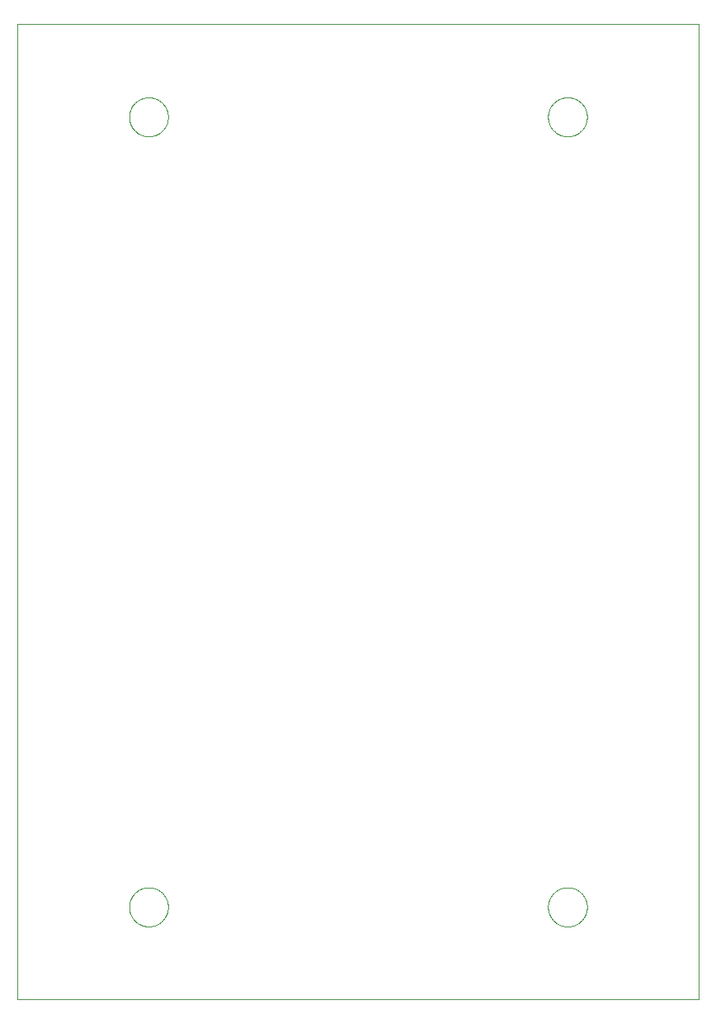
<source format=gbo>
G75*
%MOIN*%
%OFA0B0*%
%FSLAX25Y25*%
%IPPOS*%
%LPD*%
%AMOC8*
5,1,8,0,0,1.08239X$1,22.5*
%
%ADD10C,0.00000*%
D10*
X0001850Y0001850D02*
X0001850Y0395551D01*
X0277441Y0395551D01*
X0277441Y0001850D01*
X0001850Y0001850D01*
X0047126Y0039252D02*
X0047128Y0039445D01*
X0047135Y0039638D01*
X0047147Y0039831D01*
X0047164Y0040024D01*
X0047185Y0040216D01*
X0047211Y0040407D01*
X0047242Y0040598D01*
X0047277Y0040788D01*
X0047317Y0040977D01*
X0047362Y0041165D01*
X0047411Y0041352D01*
X0047465Y0041538D01*
X0047523Y0041722D01*
X0047586Y0041905D01*
X0047654Y0042086D01*
X0047725Y0042265D01*
X0047802Y0042443D01*
X0047882Y0042619D01*
X0047967Y0042792D01*
X0048056Y0042964D01*
X0048149Y0043133D01*
X0048246Y0043300D01*
X0048348Y0043465D01*
X0048453Y0043627D01*
X0048562Y0043786D01*
X0048676Y0043943D01*
X0048793Y0044096D01*
X0048913Y0044247D01*
X0049038Y0044395D01*
X0049166Y0044540D01*
X0049297Y0044681D01*
X0049432Y0044820D01*
X0049571Y0044955D01*
X0049712Y0045086D01*
X0049857Y0045214D01*
X0050005Y0045339D01*
X0050156Y0045459D01*
X0050309Y0045576D01*
X0050466Y0045690D01*
X0050625Y0045799D01*
X0050787Y0045904D01*
X0050952Y0046006D01*
X0051119Y0046103D01*
X0051288Y0046196D01*
X0051460Y0046285D01*
X0051633Y0046370D01*
X0051809Y0046450D01*
X0051987Y0046527D01*
X0052166Y0046598D01*
X0052347Y0046666D01*
X0052530Y0046729D01*
X0052714Y0046787D01*
X0052900Y0046841D01*
X0053087Y0046890D01*
X0053275Y0046935D01*
X0053464Y0046975D01*
X0053654Y0047010D01*
X0053845Y0047041D01*
X0054036Y0047067D01*
X0054228Y0047088D01*
X0054421Y0047105D01*
X0054614Y0047117D01*
X0054807Y0047124D01*
X0055000Y0047126D01*
X0055193Y0047124D01*
X0055386Y0047117D01*
X0055579Y0047105D01*
X0055772Y0047088D01*
X0055964Y0047067D01*
X0056155Y0047041D01*
X0056346Y0047010D01*
X0056536Y0046975D01*
X0056725Y0046935D01*
X0056913Y0046890D01*
X0057100Y0046841D01*
X0057286Y0046787D01*
X0057470Y0046729D01*
X0057653Y0046666D01*
X0057834Y0046598D01*
X0058013Y0046527D01*
X0058191Y0046450D01*
X0058367Y0046370D01*
X0058540Y0046285D01*
X0058712Y0046196D01*
X0058881Y0046103D01*
X0059048Y0046006D01*
X0059213Y0045904D01*
X0059375Y0045799D01*
X0059534Y0045690D01*
X0059691Y0045576D01*
X0059844Y0045459D01*
X0059995Y0045339D01*
X0060143Y0045214D01*
X0060288Y0045086D01*
X0060429Y0044955D01*
X0060568Y0044820D01*
X0060703Y0044681D01*
X0060834Y0044540D01*
X0060962Y0044395D01*
X0061087Y0044247D01*
X0061207Y0044096D01*
X0061324Y0043943D01*
X0061438Y0043786D01*
X0061547Y0043627D01*
X0061652Y0043465D01*
X0061754Y0043300D01*
X0061851Y0043133D01*
X0061944Y0042964D01*
X0062033Y0042792D01*
X0062118Y0042619D01*
X0062198Y0042443D01*
X0062275Y0042265D01*
X0062346Y0042086D01*
X0062414Y0041905D01*
X0062477Y0041722D01*
X0062535Y0041538D01*
X0062589Y0041352D01*
X0062638Y0041165D01*
X0062683Y0040977D01*
X0062723Y0040788D01*
X0062758Y0040598D01*
X0062789Y0040407D01*
X0062815Y0040216D01*
X0062836Y0040024D01*
X0062853Y0039831D01*
X0062865Y0039638D01*
X0062872Y0039445D01*
X0062874Y0039252D01*
X0062872Y0039059D01*
X0062865Y0038866D01*
X0062853Y0038673D01*
X0062836Y0038480D01*
X0062815Y0038288D01*
X0062789Y0038097D01*
X0062758Y0037906D01*
X0062723Y0037716D01*
X0062683Y0037527D01*
X0062638Y0037339D01*
X0062589Y0037152D01*
X0062535Y0036966D01*
X0062477Y0036782D01*
X0062414Y0036599D01*
X0062346Y0036418D01*
X0062275Y0036239D01*
X0062198Y0036061D01*
X0062118Y0035885D01*
X0062033Y0035712D01*
X0061944Y0035540D01*
X0061851Y0035371D01*
X0061754Y0035204D01*
X0061652Y0035039D01*
X0061547Y0034877D01*
X0061438Y0034718D01*
X0061324Y0034561D01*
X0061207Y0034408D01*
X0061087Y0034257D01*
X0060962Y0034109D01*
X0060834Y0033964D01*
X0060703Y0033823D01*
X0060568Y0033684D01*
X0060429Y0033549D01*
X0060288Y0033418D01*
X0060143Y0033290D01*
X0059995Y0033165D01*
X0059844Y0033045D01*
X0059691Y0032928D01*
X0059534Y0032814D01*
X0059375Y0032705D01*
X0059213Y0032600D01*
X0059048Y0032498D01*
X0058881Y0032401D01*
X0058712Y0032308D01*
X0058540Y0032219D01*
X0058367Y0032134D01*
X0058191Y0032054D01*
X0058013Y0031977D01*
X0057834Y0031906D01*
X0057653Y0031838D01*
X0057470Y0031775D01*
X0057286Y0031717D01*
X0057100Y0031663D01*
X0056913Y0031614D01*
X0056725Y0031569D01*
X0056536Y0031529D01*
X0056346Y0031494D01*
X0056155Y0031463D01*
X0055964Y0031437D01*
X0055772Y0031416D01*
X0055579Y0031399D01*
X0055386Y0031387D01*
X0055193Y0031380D01*
X0055000Y0031378D01*
X0054807Y0031380D01*
X0054614Y0031387D01*
X0054421Y0031399D01*
X0054228Y0031416D01*
X0054036Y0031437D01*
X0053845Y0031463D01*
X0053654Y0031494D01*
X0053464Y0031529D01*
X0053275Y0031569D01*
X0053087Y0031614D01*
X0052900Y0031663D01*
X0052714Y0031717D01*
X0052530Y0031775D01*
X0052347Y0031838D01*
X0052166Y0031906D01*
X0051987Y0031977D01*
X0051809Y0032054D01*
X0051633Y0032134D01*
X0051460Y0032219D01*
X0051288Y0032308D01*
X0051119Y0032401D01*
X0050952Y0032498D01*
X0050787Y0032600D01*
X0050625Y0032705D01*
X0050466Y0032814D01*
X0050309Y0032928D01*
X0050156Y0033045D01*
X0050005Y0033165D01*
X0049857Y0033290D01*
X0049712Y0033418D01*
X0049571Y0033549D01*
X0049432Y0033684D01*
X0049297Y0033823D01*
X0049166Y0033964D01*
X0049038Y0034109D01*
X0048913Y0034257D01*
X0048793Y0034408D01*
X0048676Y0034561D01*
X0048562Y0034718D01*
X0048453Y0034877D01*
X0048348Y0035039D01*
X0048246Y0035204D01*
X0048149Y0035371D01*
X0048056Y0035540D01*
X0047967Y0035712D01*
X0047882Y0035885D01*
X0047802Y0036061D01*
X0047725Y0036239D01*
X0047654Y0036418D01*
X0047586Y0036599D01*
X0047523Y0036782D01*
X0047465Y0036966D01*
X0047411Y0037152D01*
X0047362Y0037339D01*
X0047317Y0037527D01*
X0047277Y0037716D01*
X0047242Y0037906D01*
X0047211Y0038097D01*
X0047185Y0038288D01*
X0047164Y0038480D01*
X0047147Y0038673D01*
X0047135Y0038866D01*
X0047128Y0039059D01*
X0047126Y0039252D01*
X0216417Y0039252D02*
X0216419Y0039445D01*
X0216426Y0039638D01*
X0216438Y0039831D01*
X0216455Y0040024D01*
X0216476Y0040216D01*
X0216502Y0040407D01*
X0216533Y0040598D01*
X0216568Y0040788D01*
X0216608Y0040977D01*
X0216653Y0041165D01*
X0216702Y0041352D01*
X0216756Y0041538D01*
X0216814Y0041722D01*
X0216877Y0041905D01*
X0216945Y0042086D01*
X0217016Y0042265D01*
X0217093Y0042443D01*
X0217173Y0042619D01*
X0217258Y0042792D01*
X0217347Y0042964D01*
X0217440Y0043133D01*
X0217537Y0043300D01*
X0217639Y0043465D01*
X0217744Y0043627D01*
X0217853Y0043786D01*
X0217967Y0043943D01*
X0218084Y0044096D01*
X0218204Y0044247D01*
X0218329Y0044395D01*
X0218457Y0044540D01*
X0218588Y0044681D01*
X0218723Y0044820D01*
X0218862Y0044955D01*
X0219003Y0045086D01*
X0219148Y0045214D01*
X0219296Y0045339D01*
X0219447Y0045459D01*
X0219600Y0045576D01*
X0219757Y0045690D01*
X0219916Y0045799D01*
X0220078Y0045904D01*
X0220243Y0046006D01*
X0220410Y0046103D01*
X0220579Y0046196D01*
X0220751Y0046285D01*
X0220924Y0046370D01*
X0221100Y0046450D01*
X0221278Y0046527D01*
X0221457Y0046598D01*
X0221638Y0046666D01*
X0221821Y0046729D01*
X0222005Y0046787D01*
X0222191Y0046841D01*
X0222378Y0046890D01*
X0222566Y0046935D01*
X0222755Y0046975D01*
X0222945Y0047010D01*
X0223136Y0047041D01*
X0223327Y0047067D01*
X0223519Y0047088D01*
X0223712Y0047105D01*
X0223905Y0047117D01*
X0224098Y0047124D01*
X0224291Y0047126D01*
X0224484Y0047124D01*
X0224677Y0047117D01*
X0224870Y0047105D01*
X0225063Y0047088D01*
X0225255Y0047067D01*
X0225446Y0047041D01*
X0225637Y0047010D01*
X0225827Y0046975D01*
X0226016Y0046935D01*
X0226204Y0046890D01*
X0226391Y0046841D01*
X0226577Y0046787D01*
X0226761Y0046729D01*
X0226944Y0046666D01*
X0227125Y0046598D01*
X0227304Y0046527D01*
X0227482Y0046450D01*
X0227658Y0046370D01*
X0227831Y0046285D01*
X0228003Y0046196D01*
X0228172Y0046103D01*
X0228339Y0046006D01*
X0228504Y0045904D01*
X0228666Y0045799D01*
X0228825Y0045690D01*
X0228982Y0045576D01*
X0229135Y0045459D01*
X0229286Y0045339D01*
X0229434Y0045214D01*
X0229579Y0045086D01*
X0229720Y0044955D01*
X0229859Y0044820D01*
X0229994Y0044681D01*
X0230125Y0044540D01*
X0230253Y0044395D01*
X0230378Y0044247D01*
X0230498Y0044096D01*
X0230615Y0043943D01*
X0230729Y0043786D01*
X0230838Y0043627D01*
X0230943Y0043465D01*
X0231045Y0043300D01*
X0231142Y0043133D01*
X0231235Y0042964D01*
X0231324Y0042792D01*
X0231409Y0042619D01*
X0231489Y0042443D01*
X0231566Y0042265D01*
X0231637Y0042086D01*
X0231705Y0041905D01*
X0231768Y0041722D01*
X0231826Y0041538D01*
X0231880Y0041352D01*
X0231929Y0041165D01*
X0231974Y0040977D01*
X0232014Y0040788D01*
X0232049Y0040598D01*
X0232080Y0040407D01*
X0232106Y0040216D01*
X0232127Y0040024D01*
X0232144Y0039831D01*
X0232156Y0039638D01*
X0232163Y0039445D01*
X0232165Y0039252D01*
X0232163Y0039059D01*
X0232156Y0038866D01*
X0232144Y0038673D01*
X0232127Y0038480D01*
X0232106Y0038288D01*
X0232080Y0038097D01*
X0232049Y0037906D01*
X0232014Y0037716D01*
X0231974Y0037527D01*
X0231929Y0037339D01*
X0231880Y0037152D01*
X0231826Y0036966D01*
X0231768Y0036782D01*
X0231705Y0036599D01*
X0231637Y0036418D01*
X0231566Y0036239D01*
X0231489Y0036061D01*
X0231409Y0035885D01*
X0231324Y0035712D01*
X0231235Y0035540D01*
X0231142Y0035371D01*
X0231045Y0035204D01*
X0230943Y0035039D01*
X0230838Y0034877D01*
X0230729Y0034718D01*
X0230615Y0034561D01*
X0230498Y0034408D01*
X0230378Y0034257D01*
X0230253Y0034109D01*
X0230125Y0033964D01*
X0229994Y0033823D01*
X0229859Y0033684D01*
X0229720Y0033549D01*
X0229579Y0033418D01*
X0229434Y0033290D01*
X0229286Y0033165D01*
X0229135Y0033045D01*
X0228982Y0032928D01*
X0228825Y0032814D01*
X0228666Y0032705D01*
X0228504Y0032600D01*
X0228339Y0032498D01*
X0228172Y0032401D01*
X0228003Y0032308D01*
X0227831Y0032219D01*
X0227658Y0032134D01*
X0227482Y0032054D01*
X0227304Y0031977D01*
X0227125Y0031906D01*
X0226944Y0031838D01*
X0226761Y0031775D01*
X0226577Y0031717D01*
X0226391Y0031663D01*
X0226204Y0031614D01*
X0226016Y0031569D01*
X0225827Y0031529D01*
X0225637Y0031494D01*
X0225446Y0031463D01*
X0225255Y0031437D01*
X0225063Y0031416D01*
X0224870Y0031399D01*
X0224677Y0031387D01*
X0224484Y0031380D01*
X0224291Y0031378D01*
X0224098Y0031380D01*
X0223905Y0031387D01*
X0223712Y0031399D01*
X0223519Y0031416D01*
X0223327Y0031437D01*
X0223136Y0031463D01*
X0222945Y0031494D01*
X0222755Y0031529D01*
X0222566Y0031569D01*
X0222378Y0031614D01*
X0222191Y0031663D01*
X0222005Y0031717D01*
X0221821Y0031775D01*
X0221638Y0031838D01*
X0221457Y0031906D01*
X0221278Y0031977D01*
X0221100Y0032054D01*
X0220924Y0032134D01*
X0220751Y0032219D01*
X0220579Y0032308D01*
X0220410Y0032401D01*
X0220243Y0032498D01*
X0220078Y0032600D01*
X0219916Y0032705D01*
X0219757Y0032814D01*
X0219600Y0032928D01*
X0219447Y0033045D01*
X0219296Y0033165D01*
X0219148Y0033290D01*
X0219003Y0033418D01*
X0218862Y0033549D01*
X0218723Y0033684D01*
X0218588Y0033823D01*
X0218457Y0033964D01*
X0218329Y0034109D01*
X0218204Y0034257D01*
X0218084Y0034408D01*
X0217967Y0034561D01*
X0217853Y0034718D01*
X0217744Y0034877D01*
X0217639Y0035039D01*
X0217537Y0035204D01*
X0217440Y0035371D01*
X0217347Y0035540D01*
X0217258Y0035712D01*
X0217173Y0035885D01*
X0217093Y0036061D01*
X0217016Y0036239D01*
X0216945Y0036418D01*
X0216877Y0036599D01*
X0216814Y0036782D01*
X0216756Y0036966D01*
X0216702Y0037152D01*
X0216653Y0037339D01*
X0216608Y0037527D01*
X0216568Y0037716D01*
X0216533Y0037906D01*
X0216502Y0038097D01*
X0216476Y0038288D01*
X0216455Y0038480D01*
X0216438Y0038673D01*
X0216426Y0038866D01*
X0216419Y0039059D01*
X0216417Y0039252D01*
X0216417Y0358149D02*
X0216419Y0358342D01*
X0216426Y0358535D01*
X0216438Y0358728D01*
X0216455Y0358921D01*
X0216476Y0359113D01*
X0216502Y0359304D01*
X0216533Y0359495D01*
X0216568Y0359685D01*
X0216608Y0359874D01*
X0216653Y0360062D01*
X0216702Y0360249D01*
X0216756Y0360435D01*
X0216814Y0360619D01*
X0216877Y0360802D01*
X0216945Y0360983D01*
X0217016Y0361162D01*
X0217093Y0361340D01*
X0217173Y0361516D01*
X0217258Y0361689D01*
X0217347Y0361861D01*
X0217440Y0362030D01*
X0217537Y0362197D01*
X0217639Y0362362D01*
X0217744Y0362524D01*
X0217853Y0362683D01*
X0217967Y0362840D01*
X0218084Y0362993D01*
X0218204Y0363144D01*
X0218329Y0363292D01*
X0218457Y0363437D01*
X0218588Y0363578D01*
X0218723Y0363717D01*
X0218862Y0363852D01*
X0219003Y0363983D01*
X0219148Y0364111D01*
X0219296Y0364236D01*
X0219447Y0364356D01*
X0219600Y0364473D01*
X0219757Y0364587D01*
X0219916Y0364696D01*
X0220078Y0364801D01*
X0220243Y0364903D01*
X0220410Y0365000D01*
X0220579Y0365093D01*
X0220751Y0365182D01*
X0220924Y0365267D01*
X0221100Y0365347D01*
X0221278Y0365424D01*
X0221457Y0365495D01*
X0221638Y0365563D01*
X0221821Y0365626D01*
X0222005Y0365684D01*
X0222191Y0365738D01*
X0222378Y0365787D01*
X0222566Y0365832D01*
X0222755Y0365872D01*
X0222945Y0365907D01*
X0223136Y0365938D01*
X0223327Y0365964D01*
X0223519Y0365985D01*
X0223712Y0366002D01*
X0223905Y0366014D01*
X0224098Y0366021D01*
X0224291Y0366023D01*
X0224484Y0366021D01*
X0224677Y0366014D01*
X0224870Y0366002D01*
X0225063Y0365985D01*
X0225255Y0365964D01*
X0225446Y0365938D01*
X0225637Y0365907D01*
X0225827Y0365872D01*
X0226016Y0365832D01*
X0226204Y0365787D01*
X0226391Y0365738D01*
X0226577Y0365684D01*
X0226761Y0365626D01*
X0226944Y0365563D01*
X0227125Y0365495D01*
X0227304Y0365424D01*
X0227482Y0365347D01*
X0227658Y0365267D01*
X0227831Y0365182D01*
X0228003Y0365093D01*
X0228172Y0365000D01*
X0228339Y0364903D01*
X0228504Y0364801D01*
X0228666Y0364696D01*
X0228825Y0364587D01*
X0228982Y0364473D01*
X0229135Y0364356D01*
X0229286Y0364236D01*
X0229434Y0364111D01*
X0229579Y0363983D01*
X0229720Y0363852D01*
X0229859Y0363717D01*
X0229994Y0363578D01*
X0230125Y0363437D01*
X0230253Y0363292D01*
X0230378Y0363144D01*
X0230498Y0362993D01*
X0230615Y0362840D01*
X0230729Y0362683D01*
X0230838Y0362524D01*
X0230943Y0362362D01*
X0231045Y0362197D01*
X0231142Y0362030D01*
X0231235Y0361861D01*
X0231324Y0361689D01*
X0231409Y0361516D01*
X0231489Y0361340D01*
X0231566Y0361162D01*
X0231637Y0360983D01*
X0231705Y0360802D01*
X0231768Y0360619D01*
X0231826Y0360435D01*
X0231880Y0360249D01*
X0231929Y0360062D01*
X0231974Y0359874D01*
X0232014Y0359685D01*
X0232049Y0359495D01*
X0232080Y0359304D01*
X0232106Y0359113D01*
X0232127Y0358921D01*
X0232144Y0358728D01*
X0232156Y0358535D01*
X0232163Y0358342D01*
X0232165Y0358149D01*
X0232163Y0357956D01*
X0232156Y0357763D01*
X0232144Y0357570D01*
X0232127Y0357377D01*
X0232106Y0357185D01*
X0232080Y0356994D01*
X0232049Y0356803D01*
X0232014Y0356613D01*
X0231974Y0356424D01*
X0231929Y0356236D01*
X0231880Y0356049D01*
X0231826Y0355863D01*
X0231768Y0355679D01*
X0231705Y0355496D01*
X0231637Y0355315D01*
X0231566Y0355136D01*
X0231489Y0354958D01*
X0231409Y0354782D01*
X0231324Y0354609D01*
X0231235Y0354437D01*
X0231142Y0354268D01*
X0231045Y0354101D01*
X0230943Y0353936D01*
X0230838Y0353774D01*
X0230729Y0353615D01*
X0230615Y0353458D01*
X0230498Y0353305D01*
X0230378Y0353154D01*
X0230253Y0353006D01*
X0230125Y0352861D01*
X0229994Y0352720D01*
X0229859Y0352581D01*
X0229720Y0352446D01*
X0229579Y0352315D01*
X0229434Y0352187D01*
X0229286Y0352062D01*
X0229135Y0351942D01*
X0228982Y0351825D01*
X0228825Y0351711D01*
X0228666Y0351602D01*
X0228504Y0351497D01*
X0228339Y0351395D01*
X0228172Y0351298D01*
X0228003Y0351205D01*
X0227831Y0351116D01*
X0227658Y0351031D01*
X0227482Y0350951D01*
X0227304Y0350874D01*
X0227125Y0350803D01*
X0226944Y0350735D01*
X0226761Y0350672D01*
X0226577Y0350614D01*
X0226391Y0350560D01*
X0226204Y0350511D01*
X0226016Y0350466D01*
X0225827Y0350426D01*
X0225637Y0350391D01*
X0225446Y0350360D01*
X0225255Y0350334D01*
X0225063Y0350313D01*
X0224870Y0350296D01*
X0224677Y0350284D01*
X0224484Y0350277D01*
X0224291Y0350275D01*
X0224098Y0350277D01*
X0223905Y0350284D01*
X0223712Y0350296D01*
X0223519Y0350313D01*
X0223327Y0350334D01*
X0223136Y0350360D01*
X0222945Y0350391D01*
X0222755Y0350426D01*
X0222566Y0350466D01*
X0222378Y0350511D01*
X0222191Y0350560D01*
X0222005Y0350614D01*
X0221821Y0350672D01*
X0221638Y0350735D01*
X0221457Y0350803D01*
X0221278Y0350874D01*
X0221100Y0350951D01*
X0220924Y0351031D01*
X0220751Y0351116D01*
X0220579Y0351205D01*
X0220410Y0351298D01*
X0220243Y0351395D01*
X0220078Y0351497D01*
X0219916Y0351602D01*
X0219757Y0351711D01*
X0219600Y0351825D01*
X0219447Y0351942D01*
X0219296Y0352062D01*
X0219148Y0352187D01*
X0219003Y0352315D01*
X0218862Y0352446D01*
X0218723Y0352581D01*
X0218588Y0352720D01*
X0218457Y0352861D01*
X0218329Y0353006D01*
X0218204Y0353154D01*
X0218084Y0353305D01*
X0217967Y0353458D01*
X0217853Y0353615D01*
X0217744Y0353774D01*
X0217639Y0353936D01*
X0217537Y0354101D01*
X0217440Y0354268D01*
X0217347Y0354437D01*
X0217258Y0354609D01*
X0217173Y0354782D01*
X0217093Y0354958D01*
X0217016Y0355136D01*
X0216945Y0355315D01*
X0216877Y0355496D01*
X0216814Y0355679D01*
X0216756Y0355863D01*
X0216702Y0356049D01*
X0216653Y0356236D01*
X0216608Y0356424D01*
X0216568Y0356613D01*
X0216533Y0356803D01*
X0216502Y0356994D01*
X0216476Y0357185D01*
X0216455Y0357377D01*
X0216438Y0357570D01*
X0216426Y0357763D01*
X0216419Y0357956D01*
X0216417Y0358149D01*
X0047126Y0358149D02*
X0047128Y0358342D01*
X0047135Y0358535D01*
X0047147Y0358728D01*
X0047164Y0358921D01*
X0047185Y0359113D01*
X0047211Y0359304D01*
X0047242Y0359495D01*
X0047277Y0359685D01*
X0047317Y0359874D01*
X0047362Y0360062D01*
X0047411Y0360249D01*
X0047465Y0360435D01*
X0047523Y0360619D01*
X0047586Y0360802D01*
X0047654Y0360983D01*
X0047725Y0361162D01*
X0047802Y0361340D01*
X0047882Y0361516D01*
X0047967Y0361689D01*
X0048056Y0361861D01*
X0048149Y0362030D01*
X0048246Y0362197D01*
X0048348Y0362362D01*
X0048453Y0362524D01*
X0048562Y0362683D01*
X0048676Y0362840D01*
X0048793Y0362993D01*
X0048913Y0363144D01*
X0049038Y0363292D01*
X0049166Y0363437D01*
X0049297Y0363578D01*
X0049432Y0363717D01*
X0049571Y0363852D01*
X0049712Y0363983D01*
X0049857Y0364111D01*
X0050005Y0364236D01*
X0050156Y0364356D01*
X0050309Y0364473D01*
X0050466Y0364587D01*
X0050625Y0364696D01*
X0050787Y0364801D01*
X0050952Y0364903D01*
X0051119Y0365000D01*
X0051288Y0365093D01*
X0051460Y0365182D01*
X0051633Y0365267D01*
X0051809Y0365347D01*
X0051987Y0365424D01*
X0052166Y0365495D01*
X0052347Y0365563D01*
X0052530Y0365626D01*
X0052714Y0365684D01*
X0052900Y0365738D01*
X0053087Y0365787D01*
X0053275Y0365832D01*
X0053464Y0365872D01*
X0053654Y0365907D01*
X0053845Y0365938D01*
X0054036Y0365964D01*
X0054228Y0365985D01*
X0054421Y0366002D01*
X0054614Y0366014D01*
X0054807Y0366021D01*
X0055000Y0366023D01*
X0055193Y0366021D01*
X0055386Y0366014D01*
X0055579Y0366002D01*
X0055772Y0365985D01*
X0055964Y0365964D01*
X0056155Y0365938D01*
X0056346Y0365907D01*
X0056536Y0365872D01*
X0056725Y0365832D01*
X0056913Y0365787D01*
X0057100Y0365738D01*
X0057286Y0365684D01*
X0057470Y0365626D01*
X0057653Y0365563D01*
X0057834Y0365495D01*
X0058013Y0365424D01*
X0058191Y0365347D01*
X0058367Y0365267D01*
X0058540Y0365182D01*
X0058712Y0365093D01*
X0058881Y0365000D01*
X0059048Y0364903D01*
X0059213Y0364801D01*
X0059375Y0364696D01*
X0059534Y0364587D01*
X0059691Y0364473D01*
X0059844Y0364356D01*
X0059995Y0364236D01*
X0060143Y0364111D01*
X0060288Y0363983D01*
X0060429Y0363852D01*
X0060568Y0363717D01*
X0060703Y0363578D01*
X0060834Y0363437D01*
X0060962Y0363292D01*
X0061087Y0363144D01*
X0061207Y0362993D01*
X0061324Y0362840D01*
X0061438Y0362683D01*
X0061547Y0362524D01*
X0061652Y0362362D01*
X0061754Y0362197D01*
X0061851Y0362030D01*
X0061944Y0361861D01*
X0062033Y0361689D01*
X0062118Y0361516D01*
X0062198Y0361340D01*
X0062275Y0361162D01*
X0062346Y0360983D01*
X0062414Y0360802D01*
X0062477Y0360619D01*
X0062535Y0360435D01*
X0062589Y0360249D01*
X0062638Y0360062D01*
X0062683Y0359874D01*
X0062723Y0359685D01*
X0062758Y0359495D01*
X0062789Y0359304D01*
X0062815Y0359113D01*
X0062836Y0358921D01*
X0062853Y0358728D01*
X0062865Y0358535D01*
X0062872Y0358342D01*
X0062874Y0358149D01*
X0062872Y0357956D01*
X0062865Y0357763D01*
X0062853Y0357570D01*
X0062836Y0357377D01*
X0062815Y0357185D01*
X0062789Y0356994D01*
X0062758Y0356803D01*
X0062723Y0356613D01*
X0062683Y0356424D01*
X0062638Y0356236D01*
X0062589Y0356049D01*
X0062535Y0355863D01*
X0062477Y0355679D01*
X0062414Y0355496D01*
X0062346Y0355315D01*
X0062275Y0355136D01*
X0062198Y0354958D01*
X0062118Y0354782D01*
X0062033Y0354609D01*
X0061944Y0354437D01*
X0061851Y0354268D01*
X0061754Y0354101D01*
X0061652Y0353936D01*
X0061547Y0353774D01*
X0061438Y0353615D01*
X0061324Y0353458D01*
X0061207Y0353305D01*
X0061087Y0353154D01*
X0060962Y0353006D01*
X0060834Y0352861D01*
X0060703Y0352720D01*
X0060568Y0352581D01*
X0060429Y0352446D01*
X0060288Y0352315D01*
X0060143Y0352187D01*
X0059995Y0352062D01*
X0059844Y0351942D01*
X0059691Y0351825D01*
X0059534Y0351711D01*
X0059375Y0351602D01*
X0059213Y0351497D01*
X0059048Y0351395D01*
X0058881Y0351298D01*
X0058712Y0351205D01*
X0058540Y0351116D01*
X0058367Y0351031D01*
X0058191Y0350951D01*
X0058013Y0350874D01*
X0057834Y0350803D01*
X0057653Y0350735D01*
X0057470Y0350672D01*
X0057286Y0350614D01*
X0057100Y0350560D01*
X0056913Y0350511D01*
X0056725Y0350466D01*
X0056536Y0350426D01*
X0056346Y0350391D01*
X0056155Y0350360D01*
X0055964Y0350334D01*
X0055772Y0350313D01*
X0055579Y0350296D01*
X0055386Y0350284D01*
X0055193Y0350277D01*
X0055000Y0350275D01*
X0054807Y0350277D01*
X0054614Y0350284D01*
X0054421Y0350296D01*
X0054228Y0350313D01*
X0054036Y0350334D01*
X0053845Y0350360D01*
X0053654Y0350391D01*
X0053464Y0350426D01*
X0053275Y0350466D01*
X0053087Y0350511D01*
X0052900Y0350560D01*
X0052714Y0350614D01*
X0052530Y0350672D01*
X0052347Y0350735D01*
X0052166Y0350803D01*
X0051987Y0350874D01*
X0051809Y0350951D01*
X0051633Y0351031D01*
X0051460Y0351116D01*
X0051288Y0351205D01*
X0051119Y0351298D01*
X0050952Y0351395D01*
X0050787Y0351497D01*
X0050625Y0351602D01*
X0050466Y0351711D01*
X0050309Y0351825D01*
X0050156Y0351942D01*
X0050005Y0352062D01*
X0049857Y0352187D01*
X0049712Y0352315D01*
X0049571Y0352446D01*
X0049432Y0352581D01*
X0049297Y0352720D01*
X0049166Y0352861D01*
X0049038Y0353006D01*
X0048913Y0353154D01*
X0048793Y0353305D01*
X0048676Y0353458D01*
X0048562Y0353615D01*
X0048453Y0353774D01*
X0048348Y0353936D01*
X0048246Y0354101D01*
X0048149Y0354268D01*
X0048056Y0354437D01*
X0047967Y0354609D01*
X0047882Y0354782D01*
X0047802Y0354958D01*
X0047725Y0355136D01*
X0047654Y0355315D01*
X0047586Y0355496D01*
X0047523Y0355679D01*
X0047465Y0355863D01*
X0047411Y0356049D01*
X0047362Y0356236D01*
X0047317Y0356424D01*
X0047277Y0356613D01*
X0047242Y0356803D01*
X0047211Y0356994D01*
X0047185Y0357185D01*
X0047164Y0357377D01*
X0047147Y0357570D01*
X0047135Y0357763D01*
X0047128Y0357956D01*
X0047126Y0358149D01*
M02*

</source>
